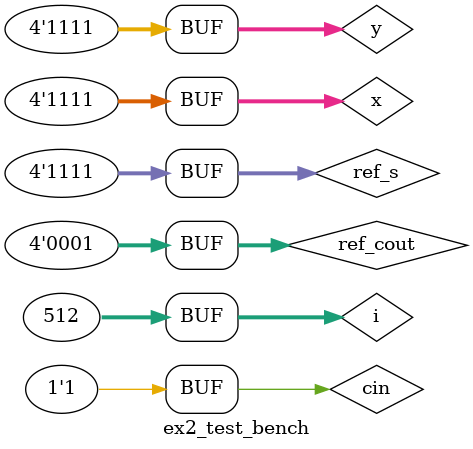
<source format=v>
`timescale 1ns / 1ps


module ex2_test_bench();
reg [3:0] x; 
reg [3:0] y;
reg cin;
wire [3:0]s;
wire cout;
wire [3:0]ref_s,
ref_cout, err;
// instantiate device under test
rca_4 dut(.A(x),.B(y),.Cin(cin),.sum(s),.cout(cout));

// Golden Model
assign {ref_cout, ref_s} = x + y + cin;
// The Checker
assign err = (ref_s != s) || (ref_cout != cout);
integer i;
initial begin
for ( i = 0; i < 512; i = i + 1 ) begin
 {x, y, cin} = i; #10
 // every 10 ns set x, y, cin to the binary rep. of i
 if (err == 1)
 $display("Input combination %d failed.", i);
end
end
endmodule

</source>
